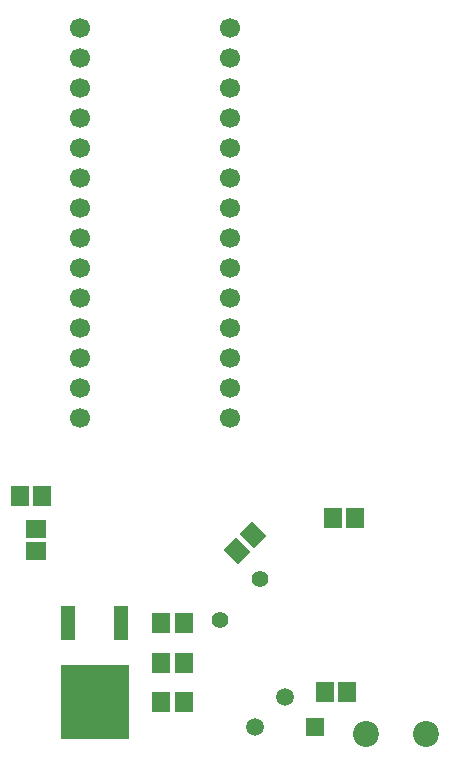
<source format=gbr>
G04 DipTrace 3.0.0.1*
G04 BottomMask.gbr*
%MOIN*%
G04 #@! TF.FileFunction,Soldermask,Bot*
G04 #@! TF.Part,Single*
%AMOUTLINE1*
4,1,4,
0.002783,-0.044542,
-0.044542,0.002783,
-0.002783,0.044542,
0.044542,-0.002783,
0.002783,-0.044542,
0*%
%ADD50C,0.055874*%
%ADD61C,0.086614*%
%ADD63R,0.059055X0.059055*%
%ADD65C,0.059055*%
%ADD68R,0.059055X0.066929*%
%ADD70R,0.066929X0.059055*%
%ADD72R,0.226378X0.25*%
%ADD74R,0.047244X0.116142*%
%ADD76C,0.066929*%
%ADD82OUTLINE1*%
%FSLAX26Y26*%
G04*
G70*
G90*
G75*
G01*
G04 BotMask*
%LPD*%
D76*
X1128084Y2821522D3*
Y2721522D3*
Y2621522D3*
Y2521522D3*
Y2421522D3*
Y2321522D3*
Y2221522D3*
Y2121522D3*
Y2021522D3*
Y1921522D3*
Y1821522D3*
Y1721522D3*
Y1621522D3*
Y1521522D3*
X1628084D3*
Y1621522D3*
Y1721522D3*
Y1821522D3*
Y1921522D3*
Y2021522D3*
Y2121522D3*
Y2221522D3*
Y2321522D3*
Y2421522D3*
Y2521522D3*
Y2621522D3*
Y2721522D3*
Y2821522D3*
D74*
X1086220Y838845D3*
X1265748D3*
D72*
X1175984Y575066D3*
D70*
X981102Y1077572D3*
Y1152375D3*
D68*
X1398569Y573097D3*
X1473372D3*
X1398569Y706168D3*
X1473372D3*
D82*
X1652363Y1078216D3*
X1705256Y1131109D3*
D65*
X1711155Y489633D3*
X1811155Y589633D3*
D63*
X1911155Y489633D3*
D68*
X1943832Y606299D3*
X2018635D3*
X925984Y1260236D3*
X1000787D3*
X2045538Y1189108D3*
X1970735D3*
X1397769Y838845D3*
X1472572D3*
D61*
X2279134Y468635D3*
X2082283D3*
D50*
X1727034Y983202D3*
X1592685Y848853D3*
M02*

</source>
